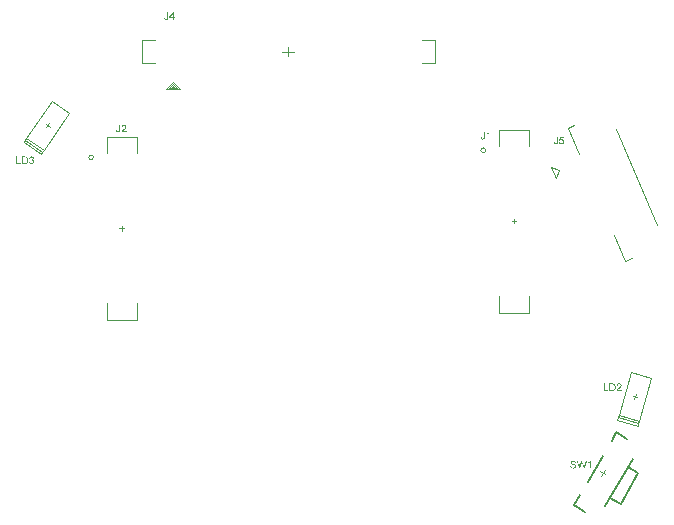
<source format=gto>
%FSLAX44Y44*%
%MOMM*%
G71*
G01*
G75*
%ADD10R,1.3500X0.3000*%
%ADD11R,1.3500X0.2500*%
%ADD12R,0.5000X1.7000*%
G04:AMPARAMS|DCode=13|XSize=0.32mm|YSize=1.7mm|CornerRadius=0.08mm|HoleSize=0mm|Usage=FLASHONLY|Rotation=0.000|XOffset=0mm|YOffset=0mm|HoleType=Round|Shape=RoundedRectangle|*
%AMROUNDEDRECTD13*
21,1,0.3200,1.5400,0,0,0.0*
21,1,0.1600,1.7000,0,0,0.0*
1,1,0.1600,0.0800,-0.7700*
1,1,0.1600,-0.0800,-0.7700*
1,1,0.1600,-0.0800,0.7700*
1,1,0.1600,0.0800,0.7700*
%
%ADD13ROUNDEDRECTD13*%
G04:AMPARAMS|DCode=14|XSize=1.5mm|YSize=0.8mm|CornerRadius=0mm|HoleSize=0mm|Usage=FLASHONLY|Rotation=330.000|XOffset=0mm|YOffset=0mm|HoleType=Round|Shape=Rectangle|*
%AMROTATEDRECTD14*
4,1,4,-0.8495,0.0286,-0.4495,0.7214,0.8495,-0.0286,0.4495,-0.7214,-0.8495,0.0286,0.0*
%
%ADD14ROTATEDRECTD14*%

G04:AMPARAMS|DCode=15|XSize=1.5mm|YSize=1mm|CornerRadius=0mm|HoleSize=0mm|Usage=FLASHONLY|Rotation=240.000|XOffset=0mm|YOffset=0mm|HoleType=Round|Shape=Rectangle|*
%AMROTATEDRECTD15*
4,1,4,-0.0580,0.8995,0.8080,0.3995,0.0580,-0.8995,-0.8080,-0.3995,-0.0580,0.8995,0.0*
%
%ADD15ROTATEDRECTD15*%

G04:AMPARAMS|DCode=16|XSize=3mm|YSize=2.1mm|CornerRadius=0mm|HoleSize=0mm|Usage=FLASHONLY|Rotation=203.500|XOffset=0mm|YOffset=0mm|HoleType=Round|Shape=Rectangle|*
%AMROTATEDRECTD16*
4,1,4,0.9569,1.5610,1.7943,-0.3648,-0.9569,-1.5610,-1.7943,0.3648,0.9569,1.5610,0.0*
%
%ADD16ROTATEDRECTD16*%

G04:AMPARAMS|DCode=17|XSize=2.1mm|YSize=0.8mm|CornerRadius=0mm|HoleSize=0mm|Usage=FLASHONLY|Rotation=203.500|XOffset=0mm|YOffset=0mm|HoleType=Round|Shape=Rectangle|*
%AMROTATEDRECTD17*
4,1,4,0.8034,0.7855,1.1224,0.0519,-0.8034,-0.7855,-1.1224,-0.0519,0.8034,0.7855,0.0*
%
%ADD17ROTATEDRECTD17*%

G04:AMPARAMS|DCode=18|XSize=1.2954mm|YSize=1.1938mm|CornerRadius=0mm|HoleSize=0mm|Usage=FLASHONLY|Rotation=344.000|XOffset=0mm|YOffset=0mm|HoleType=Round|Shape=Rectangle|*
%AMROTATEDRECTD18*
4,1,4,-0.7871,-0.3952,-0.4581,0.7523,0.7871,0.3952,0.4581,-0.7523,-0.7871,-0.3952,0.0*
%
%ADD18ROTATEDRECTD18*%

G04:AMPARAMS|DCode=19|XSize=1.2954mm|YSize=1.1938mm|CornerRadius=0mm|HoleSize=0mm|Usage=FLASHONLY|Rotation=325.000|XOffset=0mm|YOffset=0mm|HoleType=Round|Shape=Rectangle|*
%AMROTATEDRECTD19*
4,1,4,-0.8729,-0.1175,-0.1882,0.8605,0.8729,0.1175,0.1882,-0.8605,-0.8729,-0.1175,0.0*
%
%ADD19ROTATEDRECTD19*%

%ADD20C,0.6000*%
%ADD21C,0.2540*%
%ADD22C,1.0000*%
%ADD23C,0.4000*%
%ADD24C,0.3000*%
G04:AMPARAMS|DCode=25|XSize=4mm|YSize=4mm|CornerRadius=2mm|HoleSize=0mm|Usage=FLASHONLY|Rotation=0.000|XOffset=0mm|YOffset=0mm|HoleType=Round|Shape=RoundedRectangle|*
%AMROUNDEDRECTD25*
21,1,4.0000,0.0000,0,0,0.0*
21,1,0.0000,4.0000,0,0,0.0*
1,1,4.0000,0.0000,0.0000*
1,1,4.0000,0.0000,0.0000*
1,1,4.0000,0.0000,0.0000*
1,1,4.0000,0.0000,0.0000*
%
%ADD25ROUNDEDRECTD25*%
%ADD26C,0.0254*%
%ADD27C,0.4500*%
G04:AMPARAMS|DCode=28|XSize=3mm|YSize=2.1mm|CornerRadius=0mm|HoleSize=0mm|Usage=FLASHONLY|Rotation=210.000|XOffset=0mm|YOffset=0mm|HoleType=Round|Shape=Rectangle|*
%AMROTATEDRECTD28*
4,1,4,0.7740,1.6593,1.8240,-0.1593,-0.7740,-1.6593,-1.8240,0.1593,0.7740,1.6593,0.0*
%
%ADD28ROTATEDRECTD28*%

G04:AMPARAMS|DCode=29|XSize=2.1mm|YSize=0.8mm|CornerRadius=0mm|HoleSize=0mm|Usage=FLASHONLY|Rotation=210.000|XOffset=0mm|YOffset=0mm|HoleType=Round|Shape=Rectangle|*
%AMROTATEDRECTD29*
4,1,4,0.7093,0.8714,1.1093,0.1786,-0.7093,-0.8714,-1.1093,-0.1786,0.7093,0.8714,0.0*
%
%ADD29ROTATEDRECTD29*%

%ADD30R,0.8890X1.0160*%
%ADD31R,2.1000X0.8000*%
%ADD32R,3.0000X2.1000*%
%ADD33R,1.0160X0.8890*%
%ADD34R,1.3970X1.3970*%
%ADD35R,0.8128X0.8128*%
%ADD36R,1.3970X1.3970*%
%ADD37R,1.2700X0.5080*%
%ADD38R,0.8128X0.8128*%
%ADD39R,2.0320X0.6096*%
%ADD40O,2.0320X0.6096*%
%ADD41R,2.0000X2.0000*%
%ADD42R,0.6096X2.0320*%
%ADD43O,0.6096X2.0320*%
%ADD44R,2.5000X2.2000*%
%ADD45R,1.2954X1.6002*%
%ADD46R,1.2000X1.6000*%
%ADD47R,1.6000X1.2000*%
%ADD48R,2.1500X6.3000*%
G04:AMPARAMS|DCode=49|XSize=1.6mm|YSize=1mm|CornerRadius=0mm|HoleSize=0mm|Usage=FLASHONLY|Rotation=24.000|XOffset=0mm|YOffset=0mm|HoleType=Round|Shape=Rectangle|*
%AMROTATEDRECTD49*
4,1,4,-0.5275,-0.7822,-0.9342,0.1314,0.5275,0.7822,0.9342,-0.1314,-0.5275,-0.7822,0.0*
%
%ADD49ROTATEDRECTD49*%

G04:AMPARAMS|DCode=50|XSize=1.8mm|YSize=1.2mm|CornerRadius=0mm|HoleSize=0mm|Usage=FLASHONLY|Rotation=153.000|XOffset=0mm|YOffset=0mm|HoleType=Round|Shape=Rectangle|*
%AMROTATEDRECTD50*
4,1,4,1.0743,0.1260,0.5295,-0.9432,-1.0743,-0.1260,-0.5295,0.9432,1.0743,0.1260,0.0*
%
%ADD50ROTATEDRECTD50*%

%ADD51R,0.8128X1.0668*%
%ADD52R,0.7000X0.6000*%
%ADD53R,3.5000X1.0000*%
%ADD54R,1.0668X0.8128*%
%ADD55C,0.8000*%
%ADD56C,0.5000*%
%ADD57C,0.1200*%
%ADD58C,0.1000*%
%ADD59C,0.1501*%
%ADD60C,0.1500*%
%ADD61C,0.1250*%
G36*
X216373Y-124400D02*
X216437D01*
X216613Y-124418D01*
X216807Y-124446D01*
X217010Y-124492D01*
X217232Y-124548D01*
X217436Y-124622D01*
X217445D01*
X217463Y-124631D01*
X217491Y-124649D01*
X217528Y-124668D01*
X217621Y-124714D01*
X217741Y-124797D01*
X217880Y-124890D01*
X218018Y-125010D01*
X218148Y-125149D01*
X218268Y-125306D01*
Y-125315D01*
X218277Y-125324D01*
X218296Y-125352D01*
X218314Y-125380D01*
X218360Y-125472D01*
X218416Y-125592D01*
X218480Y-125740D01*
X218527Y-125916D01*
X218573Y-126101D01*
X218591Y-126304D01*
X217778Y-126369D01*
Y-126360D01*
Y-126341D01*
X217769Y-126314D01*
X217759Y-126267D01*
X217732Y-126166D01*
X217695Y-126027D01*
X217639Y-125879D01*
X217556Y-125731D01*
X217454Y-125592D01*
X217325Y-125463D01*
X217306Y-125454D01*
X217260Y-125417D01*
X217168Y-125361D01*
X217047Y-125306D01*
X216890Y-125250D01*
X216705Y-125195D01*
X216474Y-125158D01*
X216215Y-125149D01*
X216086D01*
X216030Y-125158D01*
X215956Y-125167D01*
X215790Y-125186D01*
X215605Y-125223D01*
X215420Y-125269D01*
X215245Y-125343D01*
X215170Y-125389D01*
X215097Y-125435D01*
X215078Y-125445D01*
X215041Y-125482D01*
X214986Y-125546D01*
X214930Y-125620D01*
X214865Y-125722D01*
X214810Y-125833D01*
X214773Y-125962D01*
X214755Y-126110D01*
Y-126129D01*
Y-126166D01*
X214764Y-126230D01*
X214782Y-126304D01*
X214810Y-126397D01*
X214856Y-126489D01*
X214912Y-126582D01*
X214995Y-126674D01*
X215004Y-126684D01*
X215050Y-126711D01*
X215087Y-126739D01*
X215124Y-126757D01*
X215180Y-126785D01*
X215245Y-126822D01*
X215328Y-126850D01*
X215420Y-126887D01*
X215522Y-126924D01*
X215642Y-126970D01*
X215772Y-127007D01*
X215919Y-127053D01*
X216086Y-127090D01*
X216271Y-127137D01*
X216280D01*
X216317Y-127146D01*
X216373Y-127155D01*
X216437Y-127174D01*
X216520Y-127192D01*
X216622Y-127220D01*
X216724Y-127247D01*
X216835Y-127275D01*
X217075Y-127340D01*
X217306Y-127405D01*
X217417Y-127442D01*
X217519Y-127479D01*
X217611Y-127506D01*
X217685Y-127543D01*
X217695D01*
X217713Y-127553D01*
X217741Y-127571D01*
X217778Y-127590D01*
X217880Y-127645D01*
X218000Y-127719D01*
X218138Y-127821D01*
X218277Y-127932D01*
X218407Y-128061D01*
X218517Y-128200D01*
X218527Y-128218D01*
X218564Y-128265D01*
X218601Y-128348D01*
X218656Y-128459D01*
X218702Y-128588D01*
X218749Y-128745D01*
X218776Y-128921D01*
X218786Y-129106D01*
Y-129115D01*
Y-129124D01*
Y-129152D01*
Y-129189D01*
X218767Y-129291D01*
X218749Y-129420D01*
X218712Y-129568D01*
X218665Y-129725D01*
X218591Y-129892D01*
X218490Y-130067D01*
Y-130077D01*
X218480Y-130086D01*
X218434Y-130141D01*
X218370Y-130225D01*
X218277Y-130317D01*
X218157Y-130428D01*
X218009Y-130548D01*
X217843Y-130659D01*
X217648Y-130761D01*
X217639D01*
X217621Y-130770D01*
X217593Y-130779D01*
X217556Y-130798D01*
X217500Y-130816D01*
X217436Y-130844D01*
X217288Y-130881D01*
X217112Y-130927D01*
X216900Y-130974D01*
X216668Y-131001D01*
X216419Y-131011D01*
X216271D01*
X216197Y-131001D01*
X216114D01*
X216021Y-130992D01*
X215910Y-130983D01*
X215679Y-130946D01*
X215439Y-130909D01*
X215198Y-130844D01*
X214967Y-130761D01*
X214958D01*
X214939Y-130752D01*
X214912Y-130733D01*
X214875Y-130715D01*
X214764Y-130659D01*
X214634Y-130576D01*
X214486Y-130465D01*
X214329Y-130336D01*
X214181Y-130178D01*
X214043Y-130003D01*
Y-129993D01*
X214024Y-129975D01*
X214015Y-129947D01*
X213987Y-129910D01*
X213969Y-129864D01*
X213941Y-129809D01*
X213876Y-129670D01*
X213811Y-129494D01*
X213756Y-129300D01*
X213719Y-129078D01*
X213701Y-128847D01*
X214496Y-128773D01*
Y-128782D01*
Y-128792D01*
X214505Y-128819D01*
Y-128856D01*
X214523Y-128939D01*
X214551Y-129060D01*
X214588Y-129180D01*
X214625Y-129319D01*
X214690Y-129448D01*
X214755Y-129568D01*
X214764Y-129577D01*
X214792Y-129614D01*
X214838Y-129679D01*
X214912Y-129744D01*
X215004Y-129827D01*
X215106Y-129910D01*
X215245Y-129993D01*
X215392Y-130067D01*
X215402D01*
X215411Y-130077D01*
X215439Y-130086D01*
X215466Y-130095D01*
X215559Y-130123D01*
X215679Y-130160D01*
X215827Y-130197D01*
X215993Y-130225D01*
X216178Y-130243D01*
X216382Y-130252D01*
X216465D01*
X216557Y-130243D01*
X216668Y-130234D01*
X216798Y-130215D01*
X216946Y-130197D01*
X217094Y-130160D01*
X217232Y-130114D01*
X217251Y-130104D01*
X217297Y-130086D01*
X217362Y-130049D01*
X217445Y-130012D01*
X217528Y-129947D01*
X217621Y-129882D01*
X217713Y-129809D01*
X217787Y-129716D01*
X217796Y-129707D01*
X217815Y-129670D01*
X217843Y-129624D01*
X217880Y-129550D01*
X217917Y-129476D01*
X217944Y-129383D01*
X217963Y-129282D01*
X217972Y-129171D01*
Y-129161D01*
Y-129115D01*
X217963Y-129060D01*
X217953Y-128986D01*
X217926Y-128912D01*
X217898Y-128819D01*
X217852Y-128727D01*
X217787Y-128644D01*
X217778Y-128634D01*
X217750Y-128607D01*
X217713Y-128570D01*
X217648Y-128514D01*
X217574Y-128459D01*
X217473Y-128394D01*
X217353Y-128329D01*
X217214Y-128274D01*
X217205Y-128265D01*
X217158Y-128255D01*
X217084Y-128228D01*
X217038Y-128218D01*
X216973Y-128200D01*
X216909Y-128172D01*
X216826Y-128154D01*
X216733Y-128126D01*
X216622Y-128098D01*
X216511Y-128070D01*
X216382Y-128033D01*
X216234Y-127996D01*
X216077Y-127959D01*
X216067D01*
X216040Y-127950D01*
X215993Y-127941D01*
X215938Y-127922D01*
X215864Y-127904D01*
X215781Y-127885D01*
X215596Y-127830D01*
X215392Y-127765D01*
X215180Y-127701D01*
X214995Y-127636D01*
X214912Y-127599D01*
X214838Y-127562D01*
X214828D01*
X214819Y-127553D01*
X214764Y-127516D01*
X214681Y-127469D01*
X214588Y-127395D01*
X214477Y-127312D01*
X214366Y-127211D01*
X214255Y-127090D01*
X214163Y-126961D01*
X214153Y-126942D01*
X214126Y-126896D01*
X214089Y-126822D01*
X214052Y-126730D01*
X214015Y-126610D01*
X213978Y-126471D01*
X213950Y-126323D01*
X213941Y-126166D01*
Y-126157D01*
Y-126147D01*
Y-126119D01*
Y-126083D01*
X213959Y-125990D01*
X213978Y-125870D01*
X214006Y-125731D01*
X214052Y-125574D01*
X214116Y-125417D01*
X214209Y-125260D01*
Y-125250D01*
X214218Y-125241D01*
X214265Y-125186D01*
X214329Y-125112D01*
X214412Y-125019D01*
X214523Y-124918D01*
X214662Y-124807D01*
X214828Y-124705D01*
X215013Y-124613D01*
X215023D01*
X215041Y-124603D01*
X215069Y-124594D01*
X215106Y-124576D01*
X215152Y-124557D01*
X215217Y-124538D01*
X215355Y-124502D01*
X215531Y-124465D01*
X215735Y-124428D01*
X215947Y-124400D01*
X216188Y-124391D01*
X216308D01*
X216373Y-124400D01*
D02*
G37*
G36*
X225840Y-130899D02*
X225008D01*
X223667Y-126027D01*
Y-126018D01*
X223658Y-125999D01*
X223649Y-125972D01*
X223640Y-125925D01*
X223612Y-125824D01*
X223584Y-125703D01*
X223547Y-125574D01*
X223510Y-125454D01*
X223482Y-125352D01*
X223473Y-125306D01*
X223464Y-125278D01*
Y-125287D01*
X223455Y-125297D01*
X223445Y-125352D01*
X223427Y-125435D01*
X223399Y-125537D01*
X223371Y-125648D01*
X223334Y-125777D01*
X223307Y-125907D01*
X223270Y-126027D01*
X221920Y-130899D01*
X221032D01*
X219359Y-124502D01*
X220237D01*
X221189Y-128699D01*
Y-128708D01*
X221199Y-128727D01*
X221208Y-128764D01*
X221217Y-128810D01*
X221226Y-128875D01*
X221245Y-128939D01*
X221263Y-129023D01*
X221282Y-129115D01*
X221328Y-129309D01*
X221374Y-129531D01*
X221421Y-129771D01*
X221467Y-130012D01*
Y-130003D01*
X221476Y-129966D01*
X221495Y-129920D01*
X221504Y-129846D01*
X221522Y-129771D01*
X221550Y-129679D01*
X221596Y-129476D01*
X221652Y-129272D01*
X221670Y-129171D01*
X221698Y-129078D01*
X221716Y-128995D01*
X221735Y-128921D01*
X221753Y-128865D01*
X221763Y-128828D01*
X222974Y-124502D01*
X224000D01*
X224906Y-127747D01*
Y-127756D01*
X224925Y-127802D01*
X224943Y-127867D01*
X224962Y-127950D01*
X224989Y-128061D01*
X225026Y-128181D01*
X225063Y-128320D01*
X225100Y-128477D01*
X225147Y-128653D01*
X225184Y-128828D01*
X225267Y-129208D01*
X225350Y-129605D01*
X225415Y-130012D01*
Y-130003D01*
X225424Y-129984D01*
Y-129947D01*
X225442Y-129901D01*
X225452Y-129846D01*
X225470Y-129781D01*
X225479Y-129698D01*
X225507Y-129605D01*
X225553Y-129402D01*
X225609Y-129161D01*
X225664Y-128903D01*
X225738Y-128616D01*
X226737Y-124502D01*
X227597D01*
X225840Y-130899D01*
D02*
G37*
G36*
X249545Y-58895D02*
X249730Y-58904D01*
X249915Y-58923D01*
X250100Y-58951D01*
X250257Y-58978D01*
X250266D01*
X250285Y-58988D01*
X250312D01*
X250350Y-59006D01*
X250451Y-59034D01*
X250581Y-59080D01*
X250729Y-59145D01*
X250886Y-59228D01*
X251043Y-59320D01*
X251191Y-59441D01*
X251200Y-59450D01*
X251209Y-59459D01*
X251237Y-59487D01*
X251274Y-59515D01*
X251367Y-59607D01*
X251477Y-59736D01*
X251598Y-59894D01*
X251727Y-60079D01*
X251847Y-60291D01*
X251949Y-60532D01*
Y-60541D01*
X251958Y-60559D01*
X251977Y-60596D01*
X251986Y-60652D01*
X252014Y-60717D01*
X252032Y-60791D01*
X252051Y-60874D01*
X252078Y-60975D01*
X252106Y-61077D01*
X252125Y-61197D01*
X252171Y-61456D01*
X252199Y-61743D01*
X252208Y-62057D01*
Y-62066D01*
Y-62085D01*
Y-62131D01*
Y-62177D01*
X252199Y-62242D01*
Y-62316D01*
X252189Y-62492D01*
X252162Y-62695D01*
X252134Y-62908D01*
X252088Y-63130D01*
X252032Y-63351D01*
Y-63361D01*
X252023Y-63379D01*
X252014Y-63407D01*
X252004Y-63444D01*
X251968Y-63546D01*
X251912Y-63675D01*
X251856Y-63823D01*
X251783Y-63971D01*
X251690Y-64128D01*
X251598Y-64276D01*
X251588Y-64295D01*
X251551Y-64341D01*
X251496Y-64405D01*
X251422Y-64489D01*
X251339Y-64581D01*
X251237Y-64674D01*
X251135Y-64775D01*
X251015Y-64858D01*
X250997Y-64868D01*
X250960Y-64896D01*
X250895Y-64932D01*
X250802Y-64979D01*
X250692Y-65034D01*
X250562Y-65080D01*
X250414Y-65136D01*
X250248Y-65182D01*
X250229D01*
X250202Y-65191D01*
X250174Y-65201D01*
X250081Y-65210D01*
X249952Y-65228D01*
X249804Y-65247D01*
X249628Y-65265D01*
X249434Y-65275D01*
X249221Y-65284D01*
X246919D01*
Y-58886D01*
X249379D01*
X249545Y-58895D01*
D02*
G37*
G36*
X242759Y-64526D02*
X245912D01*
Y-65284D01*
X241908D01*
Y-58886D01*
X242759D01*
Y-64526D01*
D02*
G37*
G36*
X231027Y-130899D02*
X230241D01*
Y-125898D01*
X230232Y-125907D01*
X230185Y-125944D01*
X230130Y-125999D01*
X230037Y-126064D01*
X229936Y-126147D01*
X229806Y-126240D01*
X229658Y-126341D01*
X229492Y-126443D01*
X229483D01*
X229473Y-126452D01*
X229418Y-126489D01*
X229326Y-126536D01*
X229215Y-126591D01*
X229085Y-126656D01*
X228946Y-126721D01*
X228808Y-126785D01*
X228669Y-126841D01*
Y-126083D01*
X228678D01*
X228697Y-126064D01*
X228734Y-126055D01*
X228780Y-126027D01*
X228836Y-125999D01*
X228900Y-125962D01*
X229057Y-125870D01*
X229242Y-125768D01*
X229427Y-125639D01*
X229621Y-125491D01*
X229816Y-125334D01*
X229825Y-125324D01*
X229834Y-125315D01*
X229862Y-125287D01*
X229899Y-125260D01*
X229982Y-125167D01*
X230093Y-125056D01*
X230204Y-124927D01*
X230324Y-124779D01*
X230426Y-124631D01*
X230518Y-124474D01*
X231027D01*
Y-130899D01*
D02*
G37*
G36*
X-126496Y250954D02*
Y250945D01*
Y250917D01*
Y250880D01*
Y250825D01*
X-126506Y250751D01*
Y250677D01*
X-126524Y250501D01*
X-126543Y250298D01*
X-126580Y250085D01*
X-126635Y249891D01*
X-126700Y249706D01*
Y249697D01*
X-126709Y249687D01*
X-126737Y249632D01*
X-126783Y249558D01*
X-126848Y249456D01*
X-126940Y249354D01*
X-127042Y249244D01*
X-127171Y249133D01*
X-127319Y249040D01*
X-127338Y249031D01*
X-127393Y249003D01*
X-127477Y248966D01*
X-127597Y248929D01*
X-127745Y248883D01*
X-127911Y248846D01*
X-128096Y248818D01*
X-128299Y248809D01*
X-128383D01*
X-128438Y248818D01*
X-128512Y248827D01*
X-128586Y248837D01*
X-128780Y248874D01*
X-128983Y248929D01*
X-129196Y249013D01*
X-129307Y249068D01*
X-129409Y249133D01*
X-129501Y249207D01*
X-129594Y249290D01*
X-129603Y249299D01*
X-129612Y249308D01*
X-129631Y249345D01*
X-129658Y249382D01*
X-129695Y249429D01*
X-129732Y249493D01*
X-129769Y249567D01*
X-129816Y249650D01*
X-129853Y249743D01*
X-129890Y249854D01*
X-129927Y249965D01*
X-129964Y250094D01*
X-129982Y250233D01*
X-130010Y250390D01*
X-130019Y250547D01*
Y250723D01*
X-129252Y250834D01*
Y250825D01*
Y250806D01*
Y250769D01*
X-129242Y250714D01*
X-129233Y250658D01*
Y250593D01*
X-129205Y250436D01*
X-129178Y250270D01*
X-129122Y250103D01*
X-129067Y249956D01*
X-129030Y249891D01*
X-128983Y249835D01*
X-128974Y249826D01*
X-128937Y249798D01*
X-128882Y249752D01*
X-128808Y249706D01*
X-128706Y249650D01*
X-128595Y249613D01*
X-128456Y249576D01*
X-128309Y249567D01*
X-128253D01*
X-128198Y249576D01*
X-128114Y249586D01*
X-128031Y249604D01*
X-127939Y249623D01*
X-127846Y249660D01*
X-127754Y249706D01*
X-127745Y249715D01*
X-127717Y249734D01*
X-127680Y249771D01*
X-127624Y249808D01*
X-127578Y249872D01*
X-127523Y249937D01*
X-127477Y250011D01*
X-127439Y250103D01*
Y250113D01*
X-127421Y250150D01*
X-127412Y250214D01*
X-127393Y250298D01*
X-127375Y250408D01*
X-127366Y250547D01*
X-127347Y250714D01*
Y250908D01*
Y255318D01*
X-126496D01*
Y250954D01*
D02*
G37*
G36*
X-122133Y251176D02*
X-121263D01*
Y250455D01*
X-122133D01*
Y248920D01*
X-122918D01*
Y250455D01*
X-125701D01*
Y251176D01*
X-122770Y255318D01*
X-122133D01*
Y251176D01*
D02*
G37*
G36*
X203145Y145544D02*
Y145535D01*
Y145507D01*
Y145470D01*
Y145415D01*
X203135Y145341D01*
Y145267D01*
X203117Y145091D01*
X203099Y144888D01*
X203062Y144675D01*
X203006Y144481D01*
X202941Y144296D01*
Y144287D01*
X202932Y144277D01*
X202904Y144222D01*
X202858Y144148D01*
X202793Y144046D01*
X202701Y143945D01*
X202599Y143834D01*
X202470Y143723D01*
X202322Y143630D01*
X202303Y143621D01*
X202248Y143593D01*
X202165Y143556D01*
X202045Y143519D01*
X201896Y143473D01*
X201730Y143436D01*
X201545Y143408D01*
X201342Y143399D01*
X201259D01*
X201203Y143408D01*
X201129Y143418D01*
X201055Y143427D01*
X200861Y143464D01*
X200658Y143519D01*
X200445Y143603D01*
X200334Y143658D01*
X200232Y143723D01*
X200140Y143797D01*
X200047Y143880D01*
X200038Y143889D01*
X200029Y143898D01*
X200010Y143935D01*
X199983Y143972D01*
X199946Y144018D01*
X199909Y144083D01*
X199872Y144157D01*
X199825Y144240D01*
X199788Y144333D01*
X199751Y144444D01*
X199715Y144555D01*
X199678Y144684D01*
X199659Y144823D01*
X199631Y144980D01*
X199622Y145137D01*
Y145313D01*
X200389Y145424D01*
Y145415D01*
Y145396D01*
Y145359D01*
X200399Y145304D01*
X200408Y145248D01*
Y145183D01*
X200436Y145026D01*
X200464Y144860D01*
X200519Y144693D01*
X200574Y144545D01*
X200611Y144481D01*
X200658Y144425D01*
X200667Y144416D01*
X200704Y144388D01*
X200759Y144342D01*
X200833Y144296D01*
X200935Y144240D01*
X201046Y144203D01*
X201185Y144166D01*
X201332Y144157D01*
X201388D01*
X201444Y144166D01*
X201527Y144176D01*
X201610Y144194D01*
X201702Y144213D01*
X201795Y144250D01*
X201887Y144296D01*
X201896Y144305D01*
X201924Y144324D01*
X201961Y144361D01*
X202017Y144398D01*
X202063Y144462D01*
X202118Y144527D01*
X202165Y144601D01*
X202202Y144693D01*
Y144703D01*
X202220Y144740D01*
X202229Y144804D01*
X202248Y144888D01*
X202266Y144999D01*
X202276Y145137D01*
X202294Y145304D01*
Y145498D01*
Y149908D01*
X203145D01*
Y145544D01*
D02*
G37*
G36*
X208146Y149076D02*
X205585D01*
X205243Y147347D01*
X205253Y147356D01*
X205271Y147365D01*
X205299Y147384D01*
X205345Y147412D01*
X205401Y147439D01*
X205465Y147476D01*
X205613Y147550D01*
X205798Y147624D01*
X206002Y147689D01*
X206224Y147735D01*
X206334Y147754D01*
X206538D01*
X206593Y147745D01*
X206667Y147735D01*
X206751Y147726D01*
X206843Y147708D01*
X206945Y147680D01*
X207167Y147615D01*
X207287Y147569D01*
X207407Y147504D01*
X207527Y147439D01*
X207647Y147365D01*
X207758Y147273D01*
X207869Y147171D01*
X207878Y147162D01*
X207897Y147143D01*
X207925Y147116D01*
X207962Y147070D01*
X208008Y147005D01*
X208054Y146940D01*
X208110Y146857D01*
X208165Y146764D01*
X208211Y146663D01*
X208267Y146552D01*
X208313Y146422D01*
X208359Y146293D01*
X208396Y146154D01*
X208424Y145997D01*
X208442Y145840D01*
X208452Y145674D01*
Y145664D01*
Y145637D01*
Y145590D01*
X208442Y145526D01*
X208433Y145452D01*
X208424Y145368D01*
X208405Y145267D01*
X208387Y145165D01*
X208332Y144925D01*
X208239Y144675D01*
X208183Y144545D01*
X208110Y144425D01*
X208036Y144296D01*
X207943Y144176D01*
X207934Y144166D01*
X207915Y144139D01*
X207878Y144102D01*
X207832Y144056D01*
X207768Y144000D01*
X207694Y143926D01*
X207601Y143861D01*
X207499Y143787D01*
X207388Y143713D01*
X207259Y143649D01*
X207120Y143584D01*
X206972Y143519D01*
X206815Y143473D01*
X206639Y143436D01*
X206455Y143408D01*
X206260Y143399D01*
X206177D01*
X206112Y143408D01*
X206039Y143418D01*
X205955Y143427D01*
X205854Y143436D01*
X205752Y143464D01*
X205521Y143519D01*
X205290Y143603D01*
X205170Y143658D01*
X205049Y143723D01*
X204938Y143797D01*
X204827Y143880D01*
X204818Y143889D01*
X204800Y143898D01*
X204781Y143935D01*
X204744Y143972D01*
X204698Y144018D01*
X204652Y144074D01*
X204596Y144148D01*
X204550Y144231D01*
X204494Y144314D01*
X204439Y144416D01*
X204337Y144638D01*
X204254Y144897D01*
X204226Y145035D01*
X204208Y145183D01*
X205031Y145248D01*
Y145239D01*
Y145220D01*
X205040Y145193D01*
X205049Y145147D01*
X205077Y145045D01*
X205114Y144906D01*
X205170Y144767D01*
X205243Y144610D01*
X205336Y144472D01*
X205447Y144342D01*
X205465Y144333D01*
X205502Y144296D01*
X205576Y144250D01*
X205678Y144194D01*
X205789Y144139D01*
X205928Y144093D01*
X206085Y144056D01*
X206260Y144046D01*
X206316D01*
X206353Y144056D01*
X206464Y144065D01*
X206593Y144102D01*
X206751Y144148D01*
X206908Y144222D01*
X207074Y144333D01*
X207148Y144398D01*
X207222Y144472D01*
X207231Y144481D01*
X207241Y144490D01*
X207259Y144518D01*
X207287Y144545D01*
X207351Y144647D01*
X207425Y144777D01*
X207490Y144934D01*
X207555Y145128D01*
X207601Y145359D01*
X207619Y145479D01*
Y145609D01*
Y145618D01*
Y145637D01*
Y145674D01*
X207610Y145720D01*
Y145775D01*
X207601Y145840D01*
X207573Y145988D01*
X207527Y146164D01*
X207462Y146339D01*
X207370Y146506D01*
X207241Y146663D01*
Y146672D01*
X207222Y146681D01*
X207176Y146728D01*
X207092Y146792D01*
X206982Y146866D01*
X206834Y146931D01*
X206667Y146996D01*
X206473Y147042D01*
X206362Y147060D01*
X206187D01*
X206112Y147051D01*
X206020Y147042D01*
X205909Y147014D01*
X205798Y146986D01*
X205678Y146940D01*
X205558Y146885D01*
X205548Y146875D01*
X205512Y146857D01*
X205456Y146811D01*
X205382Y146764D01*
X205308Y146700D01*
X205234Y146616D01*
X205151Y146533D01*
X205086Y146432D01*
X204347Y146533D01*
X204966Y149825D01*
X208146D01*
Y149076D01*
D02*
G37*
G36*
X255324Y-58867D02*
X255398Y-58877D01*
X255490Y-58886D01*
X255592Y-58904D01*
X255693Y-58923D01*
X255934Y-58988D01*
X256174Y-59080D01*
X256294Y-59135D01*
X256415Y-59200D01*
X256525Y-59283D01*
X256627Y-59376D01*
X256637Y-59385D01*
X256655Y-59394D01*
X256674Y-59431D01*
X256710Y-59468D01*
X256757Y-59515D01*
X256803Y-59579D01*
X256849Y-59644D01*
X256905Y-59727D01*
X256997Y-59903D01*
X257090Y-60125D01*
X257127Y-60236D01*
X257145Y-60365D01*
X257164Y-60495D01*
X257173Y-60633D01*
Y-60652D01*
Y-60698D01*
X257164Y-60772D01*
X257154Y-60874D01*
X257136Y-60985D01*
X257099Y-61114D01*
X257062Y-61253D01*
X257006Y-61391D01*
X256997Y-61410D01*
X256979Y-61456D01*
X256942Y-61530D01*
X256886Y-61632D01*
X256812Y-61743D01*
X256720Y-61881D01*
X256609Y-62020D01*
X256479Y-62177D01*
X256461Y-62196D01*
X256415Y-62251D01*
X256368Y-62298D01*
X256322Y-62344D01*
X256267Y-62399D01*
X256193Y-62473D01*
X256119Y-62547D01*
X256026Y-62630D01*
X255934Y-62723D01*
X255823Y-62825D01*
X255703Y-62926D01*
X255573Y-63046D01*
X255425Y-63167D01*
X255277Y-63296D01*
X255268Y-63305D01*
X255250Y-63324D01*
X255213Y-63351D01*
X255166Y-63389D01*
X255111Y-63444D01*
X255046Y-63499D01*
X254898Y-63620D01*
X254741Y-63758D01*
X254593Y-63897D01*
X254464Y-64017D01*
X254408Y-64063D01*
X254362Y-64110D01*
X254353Y-64119D01*
X254325Y-64147D01*
X254288Y-64184D01*
X254242Y-64239D01*
X254196Y-64304D01*
X254140Y-64369D01*
X254029Y-64526D01*
X257182D01*
Y-65284D01*
X252938D01*
Y-65275D01*
Y-65238D01*
Y-65182D01*
X252948Y-65108D01*
X252957Y-65025D01*
X252975Y-64932D01*
X252994Y-64840D01*
X253031Y-64738D01*
Y-64729D01*
X253040Y-64720D01*
X253058Y-64664D01*
X253095Y-64581D01*
X253151Y-64470D01*
X253225Y-64341D01*
X253317Y-64193D01*
X253419Y-64045D01*
X253549Y-63888D01*
Y-63878D01*
X253567Y-63869D01*
X253613Y-63814D01*
X253696Y-63731D01*
X253817Y-63610D01*
X253955Y-63472D01*
X254131Y-63305D01*
X254344Y-63120D01*
X254575Y-62926D01*
X254584Y-62917D01*
X254621Y-62889D01*
X254676Y-62843D01*
X254741Y-62787D01*
X254824Y-62714D01*
X254926Y-62630D01*
X255028Y-62538D01*
X255148Y-62436D01*
X255379Y-62214D01*
X255610Y-61992D01*
X255721Y-61881D01*
X255823Y-61771D01*
X255915Y-61669D01*
X255989Y-61567D01*
Y-61558D01*
X256008Y-61549D01*
X256026Y-61521D01*
X256045Y-61484D01*
X256110Y-61382D01*
X256183Y-61262D01*
X256248Y-61114D01*
X256313Y-60957D01*
X256350Y-60781D01*
X256368Y-60615D01*
Y-60606D01*
Y-60596D01*
X256359Y-60541D01*
X256350Y-60448D01*
X256322Y-60347D01*
X256285Y-60217D01*
X256220Y-60088D01*
X256137Y-59958D01*
X256026Y-59829D01*
X256008Y-59810D01*
X255962Y-59774D01*
X255897Y-59727D01*
X255795Y-59662D01*
X255666Y-59607D01*
X255518Y-59552D01*
X255342Y-59515D01*
X255148Y-59505D01*
X255093D01*
X255056Y-59515D01*
X254944Y-59524D01*
X254815Y-59552D01*
X254676Y-59589D01*
X254519Y-59653D01*
X254371Y-59736D01*
X254233Y-59847D01*
X254214Y-59866D01*
X254177Y-59912D01*
X254122Y-59986D01*
X254066Y-60097D01*
X254002Y-60226D01*
X253946Y-60393D01*
X253909Y-60578D01*
X253891Y-60791D01*
X253086Y-60707D01*
Y-60698D01*
X253095Y-60670D01*
Y-60624D01*
X253105Y-60559D01*
X253123Y-60485D01*
X253142Y-60402D01*
X253169Y-60300D01*
X253197Y-60199D01*
X253271Y-59977D01*
X253382Y-59755D01*
X253447Y-59644D01*
X253530Y-59533D01*
X253613Y-59431D01*
X253706Y-59339D01*
X253715Y-59330D01*
X253733Y-59320D01*
X253761Y-59293D01*
X253807Y-59265D01*
X253863Y-59228D01*
X253927Y-59191D01*
X254002Y-59145D01*
X254094Y-59099D01*
X254196Y-59052D01*
X254307Y-59006D01*
X254427Y-58969D01*
X254556Y-58932D01*
X254695Y-58904D01*
X254843Y-58877D01*
X255000Y-58867D01*
X255166Y-58858D01*
X255259D01*
X255324Y-58867D01*
D02*
G37*
G36*
X141303Y149626D02*
Y149617D01*
Y149589D01*
Y149552D01*
Y149497D01*
X141294Y149423D01*
Y149349D01*
X141275Y149173D01*
X141257Y148970D01*
X141220Y148757D01*
X141164Y148563D01*
X141100Y148378D01*
Y148369D01*
X141090Y148360D01*
X141063Y148304D01*
X141016Y148230D01*
X140952Y148129D01*
X140859Y148027D01*
X140758Y147916D01*
X140628Y147805D01*
X140480Y147713D01*
X140462Y147703D01*
X140406Y147676D01*
X140323Y147639D01*
X140203Y147602D01*
X140055Y147555D01*
X139888Y147518D01*
X139704Y147491D01*
X139500Y147481D01*
X139417D01*
X139361Y147491D01*
X139288Y147500D01*
X139213Y147509D01*
X139019Y147546D01*
X138816Y147602D01*
X138603Y147685D01*
X138492Y147740D01*
X138391Y147805D01*
X138298Y147879D01*
X138206Y147962D01*
X138196Y147971D01*
X138187Y147981D01*
X138169Y148018D01*
X138141Y148055D01*
X138104Y148101D01*
X138067Y148166D01*
X138030Y148240D01*
X137984Y148323D01*
X137947Y148415D01*
X137910Y148526D01*
X137873Y148637D01*
X137836Y148767D01*
X137817Y148905D01*
X137790Y149062D01*
X137780Y149220D01*
Y149395D01*
X138548Y149506D01*
Y149497D01*
Y149479D01*
Y149441D01*
X138557Y149386D01*
X138566Y149331D01*
Y149266D01*
X138594Y149109D01*
X138622Y148942D01*
X138677Y148776D01*
X138733Y148628D01*
X138770Y148563D01*
X138816Y148508D01*
X138825Y148498D01*
X138862Y148471D01*
X138918Y148425D01*
X138992Y148378D01*
X139093Y148323D01*
X139204Y148286D01*
X139343Y148249D01*
X139491Y148240D01*
X139546D01*
X139602Y148249D01*
X139685Y148258D01*
X139768Y148277D01*
X139861Y148295D01*
X139953Y148332D01*
X140046Y148378D01*
X140055Y148387D01*
X140083Y148406D01*
X140120Y148443D01*
X140175Y148480D01*
X140221Y148545D01*
X140277Y148609D01*
X140323Y148683D01*
X140360Y148776D01*
Y148785D01*
X140378Y148822D01*
X140388Y148887D01*
X140406Y148970D01*
X140425Y149081D01*
X140434Y149220D01*
X140452Y149386D01*
Y149580D01*
Y153990D01*
X141303D01*
Y149626D01*
D02*
G37*
G36*
X145325Y147592D02*
X144539D01*
Y152594D01*
X144530Y152585D01*
X144483Y152548D01*
X144428Y152493D01*
X144336Y152428D01*
X144234Y152345D01*
X144104Y152252D01*
X143956Y152150D01*
X143790Y152049D01*
X143781D01*
X143772Y152039D01*
X143716Y152002D01*
X143624Y151956D01*
X143513Y151901D01*
X143383Y151836D01*
X143245Y151771D01*
X143106Y151707D01*
X142967Y151651D01*
Y152409D01*
X142976D01*
X142995Y152428D01*
X143032Y152437D01*
X143078Y152465D01*
X143134Y152493D01*
X143198Y152529D01*
X143356Y152622D01*
X143540Y152724D01*
X143725Y152853D01*
X143919Y153001D01*
X144114Y153158D01*
X144123Y153167D01*
X144132Y153177D01*
X144160Y153204D01*
X144197Y153232D01*
X144280Y153325D01*
X144391Y153436D01*
X144502Y153565D01*
X144622Y153713D01*
X144724Y153861D01*
X144816Y154018D01*
X145325D01*
Y147592D01*
D02*
G37*
G36*
X-167202Y155704D02*
Y155695D01*
Y155667D01*
Y155630D01*
Y155575D01*
X-167212Y155501D01*
Y155427D01*
X-167230Y155251D01*
X-167249Y155048D01*
X-167286Y154835D01*
X-167341Y154641D01*
X-167406Y154456D01*
Y154447D01*
X-167415Y154437D01*
X-167443Y154382D01*
X-167489Y154308D01*
X-167554Y154206D01*
X-167646Y154104D01*
X-167748Y153994D01*
X-167877Y153883D01*
X-168025Y153790D01*
X-168044Y153781D01*
X-168099Y153753D01*
X-168182Y153716D01*
X-168303Y153679D01*
X-168451Y153633D01*
X-168617Y153596D01*
X-168802Y153568D01*
X-169005Y153559D01*
X-169088D01*
X-169144Y153568D01*
X-169218Y153577D01*
X-169292Y153587D01*
X-169486Y153624D01*
X-169690Y153679D01*
X-169902Y153763D01*
X-170013Y153818D01*
X-170115Y153883D01*
X-170207Y153957D01*
X-170300Y154040D01*
X-170309Y154049D01*
X-170318Y154058D01*
X-170337Y154095D01*
X-170364Y154132D01*
X-170401Y154178D01*
X-170438Y154243D01*
X-170475Y154317D01*
X-170522Y154400D01*
X-170559Y154493D01*
X-170595Y154604D01*
X-170632Y154715D01*
X-170669Y154844D01*
X-170688Y154983D01*
X-170716Y155140D01*
X-170725Y155297D01*
Y155473D01*
X-169958Y155584D01*
Y155575D01*
Y155556D01*
Y155519D01*
X-169948Y155464D01*
X-169939Y155408D01*
Y155344D01*
X-169911Y155186D01*
X-169884Y155020D01*
X-169828Y154853D01*
X-169773Y154705D01*
X-169736Y154641D01*
X-169690Y154585D01*
X-169680Y154576D01*
X-169643Y154548D01*
X-169588Y154502D01*
X-169514Y154456D01*
X-169412Y154400D01*
X-169301Y154363D01*
X-169163Y154326D01*
X-169014Y154317D01*
X-168959D01*
X-168904Y154326D01*
X-168820Y154336D01*
X-168737Y154354D01*
X-168645Y154373D01*
X-168552Y154410D01*
X-168460Y154456D01*
X-168451Y154465D01*
X-168423Y154484D01*
X-168386Y154521D01*
X-168330Y154558D01*
X-168284Y154622D01*
X-168229Y154687D01*
X-168182Y154761D01*
X-168146Y154853D01*
Y154863D01*
X-168127Y154900D01*
X-168118Y154964D01*
X-168099Y155048D01*
X-168081Y155159D01*
X-168071Y155297D01*
X-168053Y155464D01*
Y155658D01*
Y160068D01*
X-167202D01*
Y155704D01*
D02*
G37*
G36*
X-163865Y160086D02*
X-163791Y160077D01*
X-163698Y160068D01*
X-163597Y160049D01*
X-163495Y160031D01*
X-163255Y159966D01*
X-163014Y159874D01*
X-162894Y159818D01*
X-162774Y159754D01*
X-162663Y159670D01*
X-162561Y159578D01*
X-162552Y159569D01*
X-162533Y159559D01*
X-162515Y159522D01*
X-162478Y159486D01*
X-162432Y159439D01*
X-162386Y159375D01*
X-162339Y159310D01*
X-162284Y159227D01*
X-162191Y159051D01*
X-162099Y158829D01*
X-162062Y158718D01*
X-162043Y158589D01*
X-162025Y158459D01*
X-162016Y158321D01*
Y158302D01*
Y158256D01*
X-162025Y158182D01*
X-162034Y158080D01*
X-162053Y157969D01*
X-162090Y157840D01*
X-162127Y157701D01*
X-162182Y157562D01*
X-162191Y157544D01*
X-162210Y157498D01*
X-162247Y157424D01*
X-162302Y157322D01*
X-162376Y157211D01*
X-162469Y157072D01*
X-162580Y156934D01*
X-162709Y156777D01*
X-162728Y156758D01*
X-162774Y156703D01*
X-162820Y156656D01*
X-162866Y156610D01*
X-162922Y156555D01*
X-162996Y156481D01*
X-163070Y156407D01*
X-163162Y156323D01*
X-163255Y156231D01*
X-163365Y156129D01*
X-163486Y156028D01*
X-163615Y155907D01*
X-163763Y155787D01*
X-163911Y155658D01*
X-163920Y155649D01*
X-163939Y155630D01*
X-163976Y155602D01*
X-164022Y155565D01*
X-164077Y155510D01*
X-164142Y155454D01*
X-164290Y155334D01*
X-164447Y155196D01*
X-164595Y155057D01*
X-164725Y154937D01*
X-164780Y154890D01*
X-164826Y154844D01*
X-164835Y154835D01*
X-164863Y154807D01*
X-164900Y154770D01*
X-164946Y154715D01*
X-164993Y154650D01*
X-165048Y154585D01*
X-165159Y154428D01*
X-162006D01*
Y153670D01*
X-166250D01*
Y153679D01*
Y153716D01*
Y153772D01*
X-166241Y153846D01*
X-166232Y153929D01*
X-166213Y154021D01*
X-166195Y154114D01*
X-166158Y154215D01*
Y154225D01*
X-166148Y154234D01*
X-166130Y154290D01*
X-166093Y154373D01*
X-166038Y154484D01*
X-165963Y154613D01*
X-165871Y154761D01*
X-165769Y154909D01*
X-165640Y155066D01*
Y155075D01*
X-165621Y155085D01*
X-165575Y155140D01*
X-165492Y155223D01*
X-165372Y155344D01*
X-165233Y155482D01*
X-165057Y155649D01*
X-164845Y155834D01*
X-164614Y156028D01*
X-164604Y156037D01*
X-164567Y156065D01*
X-164512Y156111D01*
X-164447Y156166D01*
X-164364Y156240D01*
X-164262Y156323D01*
X-164161Y156416D01*
X-164040Y156518D01*
X-163809Y156740D01*
X-163578Y156961D01*
X-163467Y157072D01*
X-163365Y157183D01*
X-163273Y157285D01*
X-163199Y157387D01*
Y157396D01*
X-163181Y157405D01*
X-163162Y157433D01*
X-163144Y157470D01*
X-163079Y157572D01*
X-163005Y157692D01*
X-162940Y157840D01*
X-162875Y157997D01*
X-162838Y158173D01*
X-162820Y158339D01*
Y158348D01*
Y158357D01*
X-162829Y158413D01*
X-162838Y158505D01*
X-162866Y158607D01*
X-162903Y158737D01*
X-162968Y158866D01*
X-163051Y158996D01*
X-163162Y159125D01*
X-163181Y159143D01*
X-163227Y159180D01*
X-163291Y159227D01*
X-163393Y159291D01*
X-163523Y159347D01*
X-163671Y159402D01*
X-163846Y159439D01*
X-164040Y159448D01*
X-164096D01*
X-164133Y159439D01*
X-164244Y159430D01*
X-164373Y159402D01*
X-164512Y159365D01*
X-164669Y159301D01*
X-164817Y159217D01*
X-164956Y159106D01*
X-164974Y159088D01*
X-165011Y159042D01*
X-165067Y158968D01*
X-165122Y158857D01*
X-165187Y158727D01*
X-165242Y158561D01*
X-165279Y158376D01*
X-165298Y158163D01*
X-166102Y158247D01*
Y158256D01*
X-166093Y158284D01*
Y158330D01*
X-166084Y158394D01*
X-166065Y158469D01*
X-166047Y158552D01*
X-166019Y158653D01*
X-165991Y158755D01*
X-165917Y158977D01*
X-165806Y159199D01*
X-165742Y159310D01*
X-165658Y159421D01*
X-165575Y159522D01*
X-165483Y159615D01*
X-165473Y159624D01*
X-165455Y159633D01*
X-165427Y159661D01*
X-165381Y159689D01*
X-165326Y159726D01*
X-165261Y159763D01*
X-165187Y159809D01*
X-165094Y159855D01*
X-164993Y159902D01*
X-164882Y159948D01*
X-164762Y159985D01*
X-164632Y160022D01*
X-164493Y160049D01*
X-164345Y160077D01*
X-164188Y160086D01*
X-164022Y160096D01*
X-163930D01*
X-163865Y160086D01*
D02*
G37*
G36*
X-242186Y133234D02*
X-242066Y133216D01*
X-241918Y133188D01*
X-241752Y133141D01*
X-241585Y133086D01*
X-241419Y133012D01*
X-241409D01*
X-241400Y133003D01*
X-241345Y132975D01*
X-241262Y132920D01*
X-241169Y132855D01*
X-241058Y132762D01*
X-240947Y132661D01*
X-240836Y132541D01*
X-240744Y132402D01*
X-240735Y132383D01*
X-240707Y132337D01*
X-240670Y132254D01*
X-240624Y132152D01*
X-240577Y132032D01*
X-240540Y131893D01*
X-240513Y131736D01*
X-240503Y131579D01*
Y131560D01*
Y131505D01*
X-240513Y131431D01*
X-240531Y131329D01*
X-240559Y131209D01*
X-240605Y131080D01*
X-240661Y130950D01*
X-240735Y130821D01*
X-240744Y130802D01*
X-240772Y130765D01*
X-240827Y130701D01*
X-240901Y130627D01*
X-240993Y130543D01*
X-241104Y130451D01*
X-241234Y130368D01*
X-241391Y130285D01*
X-241382D01*
X-241363Y130275D01*
X-241336Y130266D01*
X-241299Y130257D01*
X-241197Y130220D01*
X-241067Y130164D01*
X-240919Y130091D01*
X-240772Y129998D01*
X-240633Y129878D01*
X-240503Y129739D01*
X-240494Y129721D01*
X-240457Y129665D01*
X-240402Y129573D01*
X-240346Y129452D01*
X-240291Y129305D01*
X-240235Y129129D01*
X-240198Y128926D01*
X-240189Y128704D01*
Y128694D01*
Y128667D01*
Y128620D01*
X-240198Y128565D01*
X-240208Y128491D01*
X-240226Y128408D01*
X-240245Y128315D01*
X-240263Y128214D01*
X-240337Y127992D01*
X-240392Y127872D01*
X-240448Y127761D01*
X-240522Y127640D01*
X-240605Y127520D01*
X-240698Y127400D01*
X-240809Y127289D01*
X-240818Y127280D01*
X-240836Y127261D01*
X-240873Y127234D01*
X-240919Y127197D01*
X-240975Y127150D01*
X-241049Y127104D01*
X-241132Y127049D01*
X-241234Y127002D01*
X-241336Y126947D01*
X-241456Y126891D01*
X-241576Y126845D01*
X-241715Y126799D01*
X-241863Y126762D01*
X-242020Y126734D01*
X-242177Y126716D01*
X-242353Y126707D01*
X-242436D01*
X-242491Y126716D01*
X-242565Y126725D01*
X-242648Y126734D01*
X-242741Y126753D01*
X-242843Y126771D01*
X-243064Y126827D01*
X-243296Y126919D01*
X-243416Y126975D01*
X-243527Y127039D01*
X-243638Y127123D01*
X-243749Y127206D01*
X-243758Y127215D01*
X-243776Y127234D01*
X-243804Y127261D01*
X-243832Y127298D01*
X-243878Y127345D01*
X-243924Y127409D01*
X-243980Y127474D01*
X-244035Y127557D01*
X-244091Y127650D01*
X-244146Y127742D01*
X-244248Y127964D01*
X-244331Y128223D01*
X-244359Y128362D01*
X-244377Y128510D01*
X-243591Y128611D01*
Y128602D01*
X-243582Y128583D01*
X-243573Y128546D01*
X-243564Y128500D01*
X-243554Y128445D01*
X-243536Y128380D01*
X-243490Y128241D01*
X-243425Y128075D01*
X-243342Y127918D01*
X-243249Y127770D01*
X-243138Y127640D01*
X-243120Y127631D01*
X-243083Y127594D01*
X-243009Y127548D01*
X-242917Y127502D01*
X-242806Y127446D01*
X-242667Y127400D01*
X-242510Y127363D01*
X-242343Y127354D01*
X-242288D01*
X-242251Y127363D01*
X-242149Y127372D01*
X-242020Y127400D01*
X-241872Y127446D01*
X-241715Y127511D01*
X-241557Y127603D01*
X-241409Y127733D01*
X-241391Y127751D01*
X-241345Y127807D01*
X-241289Y127890D01*
X-241215Y128001D01*
X-241141Y128140D01*
X-241086Y128297D01*
X-241040Y128482D01*
X-241021Y128685D01*
Y128694D01*
Y128713D01*
Y128741D01*
X-241030Y128778D01*
X-241040Y128879D01*
X-241067Y129000D01*
X-241104Y129147D01*
X-241169Y129295D01*
X-241262Y129443D01*
X-241382Y129582D01*
X-241400Y129600D01*
X-241446Y129637D01*
X-241520Y129693D01*
X-241622Y129758D01*
X-241752Y129822D01*
X-241909Y129878D01*
X-242084Y129915D01*
X-242279Y129933D01*
X-242362D01*
X-242426Y129924D01*
X-242510Y129915D01*
X-242602Y129896D01*
X-242713Y129878D01*
X-242833Y129850D01*
X-242741Y130543D01*
X-242695D01*
X-242658Y130534D01*
X-242537D01*
X-242436Y130553D01*
X-242316Y130571D01*
X-242177Y130599D01*
X-242020Y130645D01*
X-241872Y130710D01*
X-241715Y130793D01*
X-241705D01*
X-241696Y130802D01*
X-241650Y130839D01*
X-241585Y130904D01*
X-241511Y130987D01*
X-241437Y131108D01*
X-241373Y131246D01*
X-241326Y131403D01*
X-241308Y131496D01*
Y131597D01*
Y131607D01*
Y131616D01*
Y131671D01*
X-241326Y131745D01*
X-241345Y131847D01*
X-241382Y131958D01*
X-241428Y132078D01*
X-241502Y132198D01*
X-241604Y132309D01*
X-241613Y132319D01*
X-241659Y132356D01*
X-241724Y132402D01*
X-241807Y132457D01*
X-241918Y132504D01*
X-242047Y132550D01*
X-242195Y132587D01*
X-242362Y132596D01*
X-242436D01*
X-242519Y132577D01*
X-242630Y132559D01*
X-242750Y132522D01*
X-242870Y132476D01*
X-243000Y132402D01*
X-243120Y132309D01*
X-243129Y132300D01*
X-243166Y132254D01*
X-243222Y132189D01*
X-243286Y132097D01*
X-243351Y131977D01*
X-243416Y131829D01*
X-243471Y131653D01*
X-243508Y131450D01*
X-244294Y131588D01*
Y131597D01*
X-244285Y131625D01*
X-244276Y131662D01*
X-244266Y131718D01*
X-244248Y131782D01*
X-244220Y131856D01*
X-244165Y132032D01*
X-244072Y132235D01*
X-243961Y132439D01*
X-243823Y132633D01*
X-243647Y132809D01*
X-243638Y132818D01*
X-243619Y132827D01*
X-243591Y132846D01*
X-243554Y132873D01*
X-243508Y132910D01*
X-243444Y132947D01*
X-243379Y132984D01*
X-243296Y133031D01*
X-243111Y133104D01*
X-242898Y133179D01*
X-242648Y133225D01*
X-242519Y133243D01*
X-242288D01*
X-242186Y133234D01*
D02*
G37*
G36*
X-254677Y127576D02*
X-251524D01*
Y126818D01*
X-255527D01*
Y133216D01*
X-254677D01*
Y127576D01*
D02*
G37*
G36*
X-247891Y133206D02*
X-247706Y133197D01*
X-247521Y133179D01*
X-247336Y133151D01*
X-247179Y133123D01*
X-247169D01*
X-247151Y133114D01*
X-247123D01*
X-247086Y133095D01*
X-246985Y133068D01*
X-246855Y133021D01*
X-246707Y132957D01*
X-246550Y132873D01*
X-246393Y132781D01*
X-246245Y132661D01*
X-246236Y132652D01*
X-246227Y132642D01*
X-246199Y132614D01*
X-246162Y132587D01*
X-246069Y132494D01*
X-245958Y132365D01*
X-245838Y132208D01*
X-245709Y132023D01*
X-245588Y131810D01*
X-245487Y131570D01*
Y131560D01*
X-245478Y131542D01*
X-245459Y131505D01*
X-245450Y131450D01*
X-245422Y131385D01*
X-245404Y131311D01*
X-245385Y131228D01*
X-245357Y131126D01*
X-245330Y131024D01*
X-245311Y130904D01*
X-245265Y130645D01*
X-245237Y130359D01*
X-245228Y130044D01*
Y130035D01*
Y130016D01*
Y129970D01*
Y129924D01*
X-245237Y129859D01*
Y129785D01*
X-245246Y129610D01*
X-245274Y129406D01*
X-245302Y129194D01*
X-245348Y128972D01*
X-245404Y128750D01*
Y128741D01*
X-245413Y128722D01*
X-245422Y128694D01*
X-245431Y128657D01*
X-245468Y128556D01*
X-245524Y128426D01*
X-245579Y128278D01*
X-245653Y128130D01*
X-245746Y127973D01*
X-245838Y127825D01*
X-245847Y127807D01*
X-245884Y127761D01*
X-245940Y127696D01*
X-246014Y127613D01*
X-246097Y127520D01*
X-246199Y127428D01*
X-246300Y127326D01*
X-246421Y127243D01*
X-246439Y127234D01*
X-246476Y127206D01*
X-246541Y127169D01*
X-246633Y127123D01*
X-246744Y127067D01*
X-246874Y127021D01*
X-247022Y126966D01*
X-247188Y126919D01*
X-247206D01*
X-247234Y126910D01*
X-247262Y126901D01*
X-247354Y126891D01*
X-247484Y126873D01*
X-247632Y126854D01*
X-247808Y126836D01*
X-248002Y126827D01*
X-248214Y126818D01*
X-250516D01*
Y133216D01*
X-248057D01*
X-247891Y133206D01*
D02*
G37*
%LPC*%
G36*
X249249Y-59644D02*
X247770D01*
Y-64526D01*
X249286D01*
X249351Y-64517D01*
X249490Y-64507D01*
X249647Y-64498D01*
X249813Y-64479D01*
X249980Y-64452D01*
X250118Y-64415D01*
X250137Y-64405D01*
X250183Y-64396D01*
X250248Y-64369D01*
X250331Y-64331D01*
X250424Y-64276D01*
X250516Y-64221D01*
X250608Y-64156D01*
X250701Y-64082D01*
X250710Y-64063D01*
X250747Y-64026D01*
X250802Y-63962D01*
X250867Y-63869D01*
X250941Y-63749D01*
X251024Y-63610D01*
X251098Y-63453D01*
X251163Y-63278D01*
Y-63268D01*
X251172Y-63250D01*
X251182Y-63222D01*
X251191Y-63185D01*
X251200Y-63139D01*
X251219Y-63074D01*
X251237Y-63009D01*
X251256Y-62936D01*
X251283Y-62751D01*
X251311Y-62538D01*
X251329Y-62298D01*
X251339Y-62039D01*
Y-62029D01*
Y-61992D01*
Y-61946D01*
X251329Y-61872D01*
Y-61789D01*
X251320Y-61697D01*
X251311Y-61586D01*
X251302Y-61475D01*
X251256Y-61225D01*
X251200Y-60966D01*
X251117Y-60726D01*
X251061Y-60606D01*
X251006Y-60504D01*
Y-60495D01*
X250987Y-60476D01*
X250969Y-60448D01*
X250951Y-60411D01*
X250877Y-60319D01*
X250784Y-60208D01*
X250664Y-60088D01*
X250525Y-59968D01*
X250368Y-59866D01*
X250202Y-59783D01*
X250183Y-59774D01*
X250137Y-59764D01*
X250054Y-59736D01*
X249933Y-59709D01*
X249785Y-59690D01*
X249601Y-59662D01*
X249490Y-59653D01*
X249370D01*
X249249Y-59644D01*
D02*
G37*
G36*
X-248186Y132457D02*
X-249666D01*
Y127576D01*
X-248150D01*
X-248085Y127585D01*
X-247946Y127594D01*
X-247789Y127603D01*
X-247623Y127622D01*
X-247456Y127650D01*
X-247317Y127687D01*
X-247299Y127696D01*
X-247253Y127705D01*
X-247188Y127733D01*
X-247105Y127770D01*
X-247012Y127825D01*
X-246920Y127881D01*
X-246827Y127945D01*
X-246735Y128020D01*
X-246726Y128038D01*
X-246689Y128075D01*
X-246633Y128140D01*
X-246569Y128232D01*
X-246495Y128352D01*
X-246411Y128491D01*
X-246337Y128648D01*
X-246273Y128824D01*
Y128833D01*
X-246263Y128852D01*
X-246254Y128879D01*
X-246245Y128916D01*
X-246236Y128962D01*
X-246217Y129027D01*
X-246199Y129092D01*
X-246180Y129166D01*
X-246152Y129351D01*
X-246125Y129564D01*
X-246106Y129804D01*
X-246097Y130063D01*
Y130072D01*
Y130109D01*
Y130155D01*
X-246106Y130229D01*
Y130312D01*
X-246115Y130405D01*
X-246125Y130516D01*
X-246134Y130627D01*
X-246180Y130876D01*
X-246236Y131135D01*
X-246319Y131376D01*
X-246374Y131496D01*
X-246430Y131597D01*
Y131607D01*
X-246448Y131625D01*
X-246467Y131653D01*
X-246485Y131690D01*
X-246559Y131782D01*
X-246652Y131893D01*
X-246772Y132014D01*
X-246911Y132134D01*
X-247068Y132235D01*
X-247234Y132319D01*
X-247253Y132328D01*
X-247299Y132337D01*
X-247382Y132365D01*
X-247502Y132393D01*
X-247650Y132411D01*
X-247835Y132439D01*
X-247946Y132448D01*
X-248066D01*
X-248186Y132457D01*
D02*
G37*
G36*
X-122918Y254042D02*
X-124934Y251176D01*
X-122918D01*
Y254042D01*
D02*
G37*
%LPD*%
D57*
X-190000Y132500D02*
G03*
X-190000Y132500I-2000J0D01*
G01*
X142000Y138500D02*
G03*
X142000Y138500I-2000J0D01*
G01*
X-153500Y136000D02*
Y150000D01*
X-178500D02*
X-153500D01*
X-178500Y136000D02*
Y150000D01*
X-153500Y-5000D02*
Y9000D01*
X-178500Y-5000D02*
X-153500D01*
X-178500D02*
Y9000D01*
X-166000Y70500D02*
Y74500D01*
X-168000Y72500D02*
X-164000D01*
X178500Y142000D02*
Y156000D01*
X153500D02*
X178500D01*
X153500Y142000D02*
Y156000D01*
X178500Y1000D02*
Y15000D01*
X153500Y1000D02*
X178500D01*
X153500D02*
Y15000D01*
X166000Y76500D02*
Y80500D01*
X164000Y78500D02*
X168000D01*
X88000Y212000D02*
X99000D01*
X88000Y232000D02*
X99000D01*
Y212000D02*
Y232000D01*
X-30000Y222000D02*
X-20000D01*
X-25000Y218000D02*
Y226000D01*
X-149000Y212000D02*
X-138000D01*
X-149000Y232000D02*
X-138000D01*
X-149000Y212000D02*
Y232000D01*
X-123844Y191996D02*
X-122844Y192996D01*
X-123844Y191996D02*
X-121844D01*
X-122844Y192996D02*
X-121844Y191996D01*
X-126344Y190996D02*
X-122844Y194496D01*
X-126344Y190996D02*
X-119344D01*
X-122844Y194496D02*
X-119344Y190996D01*
X-128844Y189996D02*
X-122844Y195996D01*
X-128844Y189996D02*
X-116844D01*
X-122844Y195996D02*
X-116844Y189996D01*
X270839Y-94629D02*
X271390Y-92708D01*
X253538Y-89668D02*
X270839Y-94629D01*
X253538Y-89668D02*
X254089Y-87747D01*
X254640Y-85823D01*
X254089Y-87747D02*
X271390Y-92708D01*
X271942Y-90784D01*
X282415Y-54257D01*
X265114Y-49296D02*
X282415Y-54257D01*
X254640Y-85823D02*
X265114Y-49296D01*
X254640Y-85823D02*
X271942Y-90784D01*
X267977Y-71962D02*
X269079Y-68117D01*
X266605Y-69489D02*
X270450Y-70591D01*
X-234420Y135513D02*
X-233274Y137150D01*
X-249164Y145836D02*
X-234420Y135513D01*
X-249164Y145836D02*
X-248017Y147473D01*
X-246869Y149113D01*
X-248017Y147473D02*
X-233274Y137150D01*
X-232126Y138790D01*
X-210331Y169916D01*
X-225074Y180240D02*
X-210331Y169916D01*
X-246869Y149113D02*
X-225074Y180240D01*
X-246869Y149113D02*
X-232126Y138790D01*
X-229747Y157876D02*
X-227453Y161153D01*
X-230238Y160662D02*
X-226962Y158367D01*
D58*
X239750Y-137305D02*
X242900Y-131849D01*
X239100Y-133350D02*
X243500Y-135890D01*
D59*
X247593Y-155920D02*
X256253Y-160920D01*
X247593Y-155920D02*
X256253Y-160920D01*
X247593Y-155920D02*
X256253Y-160920D01*
X247593Y-155920D02*
X256253Y-160920D01*
X262730Y-129903D02*
X271303Y-134853D01*
X262730Y-129903D02*
X271303Y-134853D01*
X262730Y-129903D02*
X271303Y-134853D01*
X262730Y-129903D02*
X271303Y-134853D01*
X256440Y-160797D02*
X271390Y-134903D01*
X256440Y-160797D02*
X271390Y-134903D01*
X256440Y-160797D02*
X271390Y-134903D01*
X256440Y-160797D02*
X271390Y-134903D01*
X243466Y-162868D02*
X266586Y-122823D01*
X217115Y-162110D02*
X226364Y-167450D01*
X228455Y-142469D02*
X241155Y-120472D01*
D60*
X247593Y-155920D02*
X256253Y-160920D01*
X247593Y-155920D02*
X256253Y-160920D01*
X247593Y-155920D02*
X256253Y-160920D01*
X247593Y-155920D02*
X256253Y-160920D01*
X262730Y-129903D02*
X271303Y-134853D01*
X262730Y-129903D02*
X271303Y-134853D01*
X262730Y-129903D02*
X271303Y-134853D01*
X262730Y-129903D02*
X271303Y-134853D01*
X256440Y-160797D02*
X271390Y-134903D01*
X256440Y-160797D02*
X271390Y-134903D01*
X256440Y-160797D02*
X271390Y-134903D01*
X256440Y-160797D02*
X271390Y-134903D01*
X248775Y-107274D02*
X252715Y-100449D01*
X217115Y-162110D02*
X222105Y-153467D01*
X252715Y-100449D02*
X261583Y-105569D01*
D61*
X211418Y157602D02*
X217150Y160095D01*
X211418Y157602D02*
X220988Y135593D01*
X250954Y66676D02*
X260424Y44896D01*
X266156Y47388D01*
X252078Y156254D02*
X287168Y75553D01*
X197632Y124549D02*
X204211Y121958D01*
X197632Y124549D02*
X201619Y115379D01*
X204211Y121958D01*
M02*

</source>
